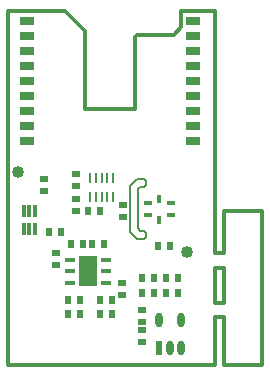
<source format=gbr>
G04 ================== begin FILE IDENTIFICATION RECORD ==================*
G04 Layout Name:  STEVAL-STLCR01V1.brd*
G04 Film Name:    STEVAL-STLCR01V1-11PMT.GBR*
G04 File Format:  Gerber RS274X*
G04 File Origin:  Cadence Allegro 16.5-P002*
G04 Origin Date:  Wed May 18 11:18:33 2016*
G04 *
G04 Layer:  VIA CLASS/PASTEMASK_TOP*
G04 Layer:  PIN/PASTEMASK_TOP*
G04 Layer:  PACKAGE GEOMETRY/PASTEMASK_TOP*
G04 Layer:  BOARD GEOMETRY/TOOLING_CORNERS*
G04 *
G04 Offset:    (0.0000 0.0000)*
G04 Mirror:    No*
G04 Mode:      Positive*
G04 Rotation:  0*
G04 FullContactRelief:  No*
G04 UndefLineWidth:     0.0000*
G04 ================== end FILE IDENTIFICATION RECORD ====================*
%FSLAX25Y25*MOMM*%
%IR0*IPPOS*OFA0.00000B0.00000*MIA0B0*SFA1.00000B1.00000*%
%ADD12R,1.3X.8*%
%ADD18O,.5989X1.1989*%
%ADD19R,.5989X1.1989*%
%ADD15R,1.6002X2.54*%
%ADD17R,.25X.9*%
%ADD10C,1.016*%
%ADD16R,.635X.508*%
%ADD13R,.508X.635*%
%ADD21R,.381X.7874*%
%ADD11R,.3048X.9906*%
%ADD14R,.889X.4064*%
%ADD20R,.6858X.3556*%
%ADD22C,.2*%
%ADD23C,.3*%
G75*
%LPD*%
G75*
G54D10*
X85000Y1635000D03*
X1515000Y955000D03*
G54D20*
X1185000Y1370000D03*
Y1270000D03*
X1375000Y1370000D03*
Y1270000D03*
G54D11*
X130000Y1150000D03*
Y1310000D03*
X230000Y1150000D03*
X180000D03*
Y1310000D03*
X230000D03*
G54D21*
X1280000Y1410000D03*
Y1230000D03*
G54D12*
X155000Y2410000D03*
Y2283000D03*
Y2156000D03*
Y2029000D03*
Y1902000D03*
Y2918000D03*
Y2791000D03*
Y2664000D03*
Y2537000D03*
X1565000Y1902000D03*
Y2029000D03*
Y2156000D03*
Y2283000D03*
Y2410000D03*
Y2537000D03*
Y2664000D03*
Y2791000D03*
Y2918000D03*
G54D22*
G01X1150000Y1580000D02*
X1090000D01*
X1030000Y1520000D01*
Y1130000D01*
X1090000Y1070000D01*
X1150000D01*
X1170000Y1090000D01*
Y1120000D01*
X1150000Y1140000D01*
X1120000D01*
X1100000Y1160000D01*
Y1490000D01*
X1120000Y1510000D01*
X1150000D01*
X1170000Y1530000D01*
Y1560000D01*
X1150000Y1580000D01*
G54D13*
X774200Y430000D03*
X875800D03*
X605800Y435000D03*
X504200D03*
X605800Y555000D03*
X504200D03*
X774200D03*
X875800D03*
X780100Y1305800D03*
X678500D03*
X810800Y1030000D03*
X709200D03*
X445800Y1125000D03*
X344200D03*
X635800Y1030000D03*
X534200D03*
X1440800Y735000D03*
X1339200D03*
X1230800D03*
X1129200D03*
Y615000D03*
X1230800D03*
X1339200D03*
X1440800D03*
X1269200Y1010000D03*
X1370800D03*
G54D23*
G01X0Y0D02*
X1750000D01*
Y410000D01*
X1830000D01*
Y0D01*
X2150000D01*
Y1310000D01*
X1830000D01*
Y950000D01*
X1750000D01*
Y3000000D01*
X1460000D01*
Y2860000D01*
X1400000Y2800000D01*
X1090000D01*
X1070000Y2780000D01*
Y2170000D01*
X650000D01*
Y2830000D01*
X480000Y3000000D01*
X0D01*
Y0D01*
G01X1830000Y530000D02*
X1750000D01*
Y820000D01*
X1830000D01*
Y530000D01*
G54D14*
X825000Y700000D03*
Y795000D03*
Y890000D03*
X525000D03*
Y795000D03*
Y700000D03*
G54D15*
X675000Y795000D03*
G54D16*
X405000Y849200D03*
X575000Y1309200D03*
Y1410800D03*
Y1519200D03*
Y1620800D03*
X300000Y1474200D03*
Y1575800D03*
X405000Y950800D03*
X960000Y700800D03*
Y599200D03*
X1130000Y199200D03*
Y300800D03*
Y470800D03*
Y369200D03*
X968600Y1360800D03*
Y1259200D03*
G54D17*
X890000Y1425000D03*
X840000D03*
X790000D03*
X740000D03*
X690000D03*
Y1585000D03*
X740000D03*
X790000D03*
X840000D03*
X890000D03*
G54D18*
X1464990Y150000D03*
X1370000D03*
X1275000Y380000D03*
X1464990Y380100D03*
G54D19*
X1275000Y150000D03*
M02*

</source>
